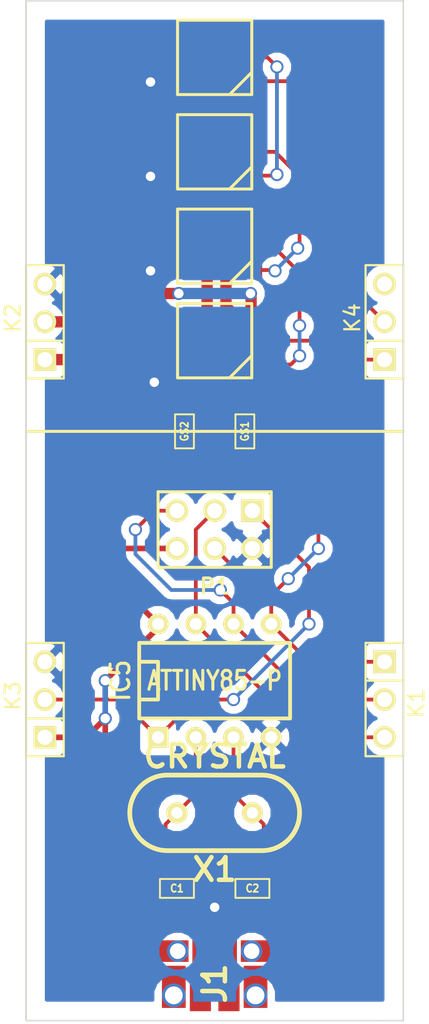
<source format=kicad_pcb>
(kicad_pcb (version 3) (host pcbnew "(2013-07-07 BZR 4022)-stable")

  (general
    (links 43)
    (no_connects 2)
    (area 211.6328 102.09529 240.4872 183.32704)
    (thickness 1.6)
    (drawings 8)
    (tracks 163)
    (zones 0)
    (modules 16)
    (nets 15)
  )

  (page A3)
  (layers
    (15 F.Cu signal)
    (0 B.Cu signal)
    (16 B.Adhes user)
    (17 F.Adhes user)
    (18 B.Paste user)
    (19 F.Paste user)
    (20 B.SilkS user)
    (21 F.SilkS user)
    (22 B.Mask user)
    (23 F.Mask user)
    (24 Dwgs.User user)
    (25 Cmts.User user)
    (26 Eco1.User user)
    (27 Eco2.User user)
    (28 Edge.Cuts user)
  )

  (setup
    (last_trace_width 0.254)
    (trace_clearance 0.254)
    (zone_clearance 0.508)
    (zone_45_only no)
    (trace_min 0.254)
    (segment_width 0.2)
    (edge_width 0.1)
    (via_size 0.889)
    (via_drill 0.635)
    (via_min_size 0.889)
    (via_min_drill 0.508)
    (uvia_size 0.508)
    (uvia_drill 0.127)
    (uvias_allowed no)
    (uvia_min_size 0.508)
    (uvia_min_drill 0.127)
    (pcb_text_width 0.3)
    (pcb_text_size 1.5 1.5)
    (mod_edge_width 0.15)
    (mod_text_size 1 1)
    (mod_text_width 0.15)
    (pad_size 1.5 1.5)
    (pad_drill 0.6)
    (pad_to_mask_clearance 0)
    (aux_axis_origin 0 0)
    (visible_elements 7FFFFFFF)
    (pcbplotparams
      (layerselection 3178497)
      (usegerberextensions true)
      (excludeedgelayer true)
      (linewidth 0.150000)
      (plotframeref false)
      (viasonmask false)
      (mode 1)
      (useauxorigin false)
      (hpglpennumber 1)
      (hpglpenspeed 20)
      (hpglpendiameter 15)
      (hpglpenoverlay 2)
      (psnegative false)
      (psa4output false)
      (plotreference true)
      (plotvalue true)
      (plotothertext true)
      (plotinvisibletext false)
      (padsonsilk false)
      (subtractmaskfromsilk false)
      (outputformat 1)
      (mirror false)
      (drillshape 1)
      (scaleselection 1)
      (outputdirectory ""))
  )

  (net 0 "")
  (net 1 +5V)
  (net 2 /DO)
  (net 3 /MISO)
  (net 4 /MOSI)
  (net 5 /RESET)
  (net 6 /SCK)
  (net 7 GND)
  (net 8 N-0000012)
  (net 9 N-0000013)
  (net 10 N-0000017)
  (net 11 N-0000018)
  (net 12 N-000002)
  (net 13 VCC)
  (net 14 VDD)

  (net_class Default "This is the default net class."
    (clearance 0.254)
    (trace_width 0.254)
    (via_dia 0.889)
    (via_drill 0.635)
    (uvia_dia 0.508)
    (uvia_drill 0.127)
    (add_net "")
    (add_net /DO)
    (add_net /MISO)
    (add_net /MOSI)
    (add_net /RESET)
    (add_net /SCK)
    (add_net N-0000012)
    (add_net N-0000013)
    (add_net N-0000017)
    (add_net N-0000018)
    (add_net N-000002)
  )

  (net_class Power ""
    (clearance 0.254)
    (trace_width 0.762)
    (via_dia 0.889)
    (via_drill 0.635)
    (uvia_dia 0.508)
    (uvia_drill 0.127)
    (add_net VCC)
    (add_net VDD)
  )

  (net_class "USB 5V" ""
    (clearance 0.254)
    (trace_width 0.381)
    (via_dia 0.889)
    (via_drill 0.635)
    (uvia_dia 0.508)
    (uvia_drill 0.127)
    (add_net +5V)
    (add_net GND)
  )

  (module GSG-USB-MICROB-FCI-10103594 (layer F.Cu) (tedit 4E482E27) (tstamp 520B2827)
    (at 226.06 172.72 90)
    (path /520B2785)
    (fp_text reference J1 (at 2.49936 0 90) (layer F.SilkS)
      (effects (font (size 1.524 1.524) (thickness 0.3048)))
    )
    (fp_text value GSG-USB-MICRO-B (at 2.49936 0 90) (layer F.SilkS) hide
      (effects (font (size 1.524 1.524) (thickness 0.3048)))
    )
    (pad 1 smd rect (at 4.52374 -1.30048 90) (size 1.75006 0.39878)
      (layers F.Cu F.Paste F.Mask)
      (net 1 +5V)
      (die_length -2147.483648)
      (solder_mask_margin 0.1016)
      (clearance 0.2032)
    )
    (pad 2 smd rect (at 4.52374 -0.65024 90) (size 1.75006 0.39878)
      (layers F.Cu F.Paste F.Mask)
      (die_length 0.28702)
      (solder_mask_margin 0.1016)
      (clearance 0.2032)
    )
    (pad 3 smd rect (at 4.52374 0 90) (size 1.75006 0.39878)
      (layers F.Cu F.Paste F.Mask)
      (die_length -2147.483648)
      (solder_mask_margin 0.1016)
      (clearance 0.2032)
    )
    (pad 4 smd rect (at 4.52374 0.65024 90) (size 1.75006 0.39878)
      (layers F.Cu F.Paste F.Mask)
      (die_length 0.08128)
      (solder_mask_margin 0.1016)
      (clearance 0.2032)
    )
    (pad 5 smd rect (at 4.52374 1.30048 90) (size 1.75006 0.39878)
      (layers F.Cu F.Paste F.Mask)
      (net 7 GND)
      (die_length 0.04064)
      (solder_mask_margin 0.1016)
      (clearance 0.2032)
    )
    (pad "" smd rect (at 1.66624 -0.96266 90) (size 2.06756 1.42494)
      (layers F.Cu F.Paste F.Mask)
      (die_length -2147.483648)
    )
    (pad "" smd rect (at 1.66624 0.96266 90) (size 2.06756 1.42494)
      (layers F.Cu F.Paste F.Mask)
      (die_length 0.7747)
    )
    (pad "" smd rect (at 4.6736 -2.82956 90) (size 1.45034 2.14122)
      (layers F.Cu F.Paste F.Mask)
      (die_length -2147.483648)
    )
    (pad "" smd rect (at 4.6736 2.82956 90) (size 1.45034 2.14122)
      (layers F.Cu F.Paste F.Mask)
      (die_length -2147.483648)
    )
    (pad "" smd rect (at 3.37058 -2.98704 90) (size 0.635 1.82626)
      (layers F.Cu F.Paste F.Mask)
      (die_length 3.40614)
    )
    (pad "" smd rect (at 3.37058 2.98704 90) (size 0.635 1.82626)
      (layers F.Cu F.Paste F.Mask)
      (die_length -2147.483648)
    )
    (pad "" smd rect (at 2.27076 -2.75082 90) (size 2.83464 1.6002)
      (layers F.Cu F.Paste F.Mask)
      (die_length -2147.483648)
    )
    (pad "" smd rect (at 2.27076 2.75082 90) (size 2.83464 1.6002)
      (layers F.Cu F.Paste F.Mask)
      (die_length -2147.483648)
    )
    (pad "" thru_hole circle (at 1.69926 -2.75082 90) (size 1.6002 1.6002) (drill 1.19888)
      (layers *.Cu *.Mask F.Paste)
      (die_length -2147.483648)
    )
    (pad "" thru_hole circle (at 1.69926 2.75082 90) (size 1.6002 1.6002) (drill 1.19888)
      (layers *.Cu *.Mask F.Paste)
      (die_length -2147.483648)
    )
    (pad "" thru_hole circle (at 4.67106 -2.48666 90) (size 1.45034 1.45034) (drill 1.04902)
      (layers *.Cu *.Mask F.Paste)
      (die_length -2147.483648)
    )
    (pad "" thru_hole circle (at 4.67106 2.48666 90) (size 1.45034 1.45034) (drill 1.04902)
      (layers *.Cu *.Mask F.Paste)
      (die_length 0.28702)
    )
  )

  (module SM0603 (layer F.Cu) (tedit 4E43A3D1) (tstamp 520C3F72)
    (at 223.52 163.83)
    (path /520C39AB)
    (attr smd)
    (fp_text reference C1 (at 0 0) (layer F.SilkS)
      (effects (font (size 0.508 0.4572) (thickness 0.1143)))
    )
    (fp_text value CP1 (at 0 0) (layer F.SilkS) hide
      (effects (font (size 0.508 0.4572) (thickness 0.1143)))
    )
    (fp_line (start -1.143 -0.635) (end 1.143 -0.635) (layer F.SilkS) (width 0.127))
    (fp_line (start 1.143 -0.635) (end 1.143 0.635) (layer F.SilkS) (width 0.127))
    (fp_line (start 1.143 0.635) (end -1.143 0.635) (layer F.SilkS) (width 0.127))
    (fp_line (start -1.143 0.635) (end -1.143 -0.635) (layer F.SilkS) (width 0.127))
    (pad 1 smd rect (at -0.762 0) (size 0.635 1.143)
      (layers F.Cu F.Paste F.Mask)
      (net 10 N-0000017)
    )
    (pad 2 smd rect (at 0.762 0) (size 0.635 1.143)
      (layers F.Cu F.Paste F.Mask)
      (net 7 GND)
    )
    (model smd\resistors\R0603.wrl
      (at (xyz 0 0 0.001))
      (scale (xyz 0.5 0.5 0.5))
      (rotate (xyz 0 0 0))
    )
  )

  (module SM0603 (layer F.Cu) (tedit 4E43A3D1) (tstamp 520C3F7C)
    (at 228.6 163.83 180)
    (path /520C39C9)
    (attr smd)
    (fp_text reference C2 (at 0 0 180) (layer F.SilkS)
      (effects (font (size 0.508 0.4572) (thickness 0.1143)))
    )
    (fp_text value CP1 (at 0 0 180) (layer F.SilkS) hide
      (effects (font (size 0.508 0.4572) (thickness 0.1143)))
    )
    (fp_line (start -1.143 -0.635) (end 1.143 -0.635) (layer F.SilkS) (width 0.127))
    (fp_line (start 1.143 -0.635) (end 1.143 0.635) (layer F.SilkS) (width 0.127))
    (fp_line (start 1.143 0.635) (end -1.143 0.635) (layer F.SilkS) (width 0.127))
    (fp_line (start -1.143 0.635) (end -1.143 -0.635) (layer F.SilkS) (width 0.127))
    (pad 1 smd rect (at -0.762 0 180) (size 0.635 1.143)
      (layers F.Cu F.Paste F.Mask)
      (net 11 N-0000018)
    )
    (pad 2 smd rect (at 0.762 0 180) (size 0.635 1.143)
      (layers F.Cu F.Paste F.Mask)
      (net 7 GND)
    )
    (model smd\resistors\R0603.wrl
      (at (xyz 0 0 0.001))
      (scale (xyz 0.5 0.5 0.5))
      (rotate (xyz 0 0 0))
    )
  )

  (module pin_array_3x2 (layer F.Cu) (tedit 42931587) (tstamp 520C3F8A)
    (at 226.06 139.7 180)
    (descr "Double rangee de contacts 2 x 4 pins")
    (tags CONN)
    (path /520C3AD9)
    (fp_text reference P1 (at 0 -3.81 180) (layer F.SilkS)
      (effects (font (size 1.016 1.016) (thickness 0.2032)))
    )
    (fp_text value CONN_3X2 (at 0 3.81 180) (layer F.SilkS) hide
      (effects (font (size 1.016 1.016) (thickness 0.2032)))
    )
    (fp_line (start 3.81 2.54) (end -3.81 2.54) (layer F.SilkS) (width 0.2032))
    (fp_line (start -3.81 -2.54) (end 3.81 -2.54) (layer F.SilkS) (width 0.2032))
    (fp_line (start 3.81 -2.54) (end 3.81 2.54) (layer F.SilkS) (width 0.2032))
    (fp_line (start -3.81 2.54) (end -3.81 -2.54) (layer F.SilkS) (width 0.2032))
    (pad 1 thru_hole rect (at -2.54 1.27 180) (size 1.524 1.524) (drill 1.016)
      (layers *.Cu *.Mask F.SilkS)
      (net 5 /RESET)
    )
    (pad 2 thru_hole circle (at -2.54 -1.27 180) (size 1.524 1.524) (drill 1.016)
      (layers *.Cu *.Mask F.SilkS)
      (net 7 GND)
    )
    (pad 3 thru_hole circle (at 0 1.27 180) (size 1.524 1.524) (drill 1.016)
      (layers *.Cu *.Mask F.SilkS)
      (net 6 /SCK)
    )
    (pad 4 thru_hole circle (at 0 -1.27 180) (size 1.524 1.524) (drill 1.016)
      (layers *.Cu *.Mask F.SilkS)
      (net 4 /MOSI)
    )
    (pad 5 thru_hole circle (at 2.54 1.27 180) (size 1.524 1.524) (drill 1.016)
      (layers *.Cu *.Mask F.SilkS)
      (net 3 /MISO)
    )
    (pad 6 thru_hole circle (at 2.54 -1.27 180) (size 1.524 1.524) (drill 1.016)
      (layers *.Cu *.Mask F.SilkS)
      (net 1 +5V)
    )
    (model pin_array/pins_array_3x2.wrl
      (at (xyz 0 0 0))
      (scale (xyz 1 1 1))
      (rotate (xyz 0 0 0))
    )
  )

  (module HC-49V (layer F.Cu) (tedit 4C5EC450) (tstamp 520C3F96)
    (at 226.06 158.75 180)
    (descr "Quartz boitier HC-49 Vertical")
    (tags "QUARTZ DEV")
    (path /520C388B)
    (autoplace_cost180 10)
    (fp_text reference X1 (at 0 -3.81 180) (layer F.SilkS)
      (effects (font (size 1.524 1.524) (thickness 0.3048)))
    )
    (fp_text value CRYSTAL (at 0 3.81 180) (layer F.SilkS)
      (effects (font (size 1.524 1.524) (thickness 0.3048)))
    )
    (fp_line (start -3.175 2.54) (end 3.175 2.54) (layer F.SilkS) (width 0.3175))
    (fp_line (start -3.175 -2.54) (end 3.175 -2.54) (layer F.SilkS) (width 0.3175))
    (fp_arc (start 3.175 0) (end 3.175 -2.54) (angle 90) (layer F.SilkS) (width 0.3175))
    (fp_arc (start 3.175 0) (end 5.715 0) (angle 90) (layer F.SilkS) (width 0.3175))
    (fp_arc (start -3.175 0) (end -5.715 0) (angle 90) (layer F.SilkS) (width 0.3175))
    (fp_arc (start -3.175 0) (end -3.175 2.54) (angle 90) (layer F.SilkS) (width 0.3175))
    (pad 1 thru_hole circle (at -2.54 0 180) (size 1.4224 1.4224) (drill 0.762)
      (layers *.Cu *.Mask F.SilkS)
      (net 11 N-0000018)
    )
    (pad 2 thru_hole circle (at 2.54 0 180) (size 1.4224 1.4224) (drill 0.762)
      (layers *.Cu *.Mask F.SilkS)
      (net 10 N-0000017)
    )
    (model discret/xtal/crystal_hc18u_vertical.wrl
      (at (xyz 0 0 0))
      (scale (xyz 1 1 0.2))
      (rotate (xyz 0 0 0))
    )
  )

  (module WS2811-5050 (layer F.Cu) (tedit 51391437) (tstamp 520F09B9)
    (at 226.06 120.65)
    (path /520C69AE)
    (fp_text reference IC2 (at 0 -5) (layer F.SilkS) hide
      (effects (font (size 1.00076 1.00076) (thickness 0.20066)))
    )
    (fp_text value WS2811-5050 (at 0 5.25) (layer F.SilkS) hide
      (effects (font (size 1.00076 1.00076) (thickness 0.20066)))
    )
    (fp_line (start 1.00076 2.49936) (end 2.49936 1.00076) (layer F.SilkS) (width 0.20066))
    (fp_line (start -2.49936 -2.49936) (end 2.49936 -2.49936) (layer F.SilkS) (width 0.20066))
    (fp_line (start 2.49936 -2.49936) (end 2.49936 2.49936) (layer F.SilkS) (width 0.20066))
    (fp_line (start 2.49936 2.49936) (end -2.49936 2.49936) (layer F.SilkS) (width 0.20066))
    (fp_line (start -2.49936 2.49936) (end -2.49936 -2.49936) (layer F.SilkS) (width 0.20066))
    (pad 2 smd rect (at 2.45 0) (size 1.5 1)
      (layers F.Cu F.Paste F.Mask)
      (net 12 N-000002)
      (clearance 0.20066)
    )
    (pad 1 smd rect (at 2.45 1.6) (size 1.5 1)
      (layers F.Cu F.Paste F.Mask)
      (net 8 N-0000012)
      (clearance 0.20066)
    )
    (pad 3 smd rect (at 2.45 -1.6) (size 1.5 1)
      (layers F.Cu F.Paste F.Mask)
      (net 13 VCC)
      (clearance 0.20066)
    )
    (pad 4 smd rect (at -2.45 -1.6) (size 1.5 1)
      (layers F.Cu F.Paste F.Mask)
      (clearance 0.20066)
    )
    (pad 5 smd rect (at -2.45 0) (size 1.5 1)
      (layers F.Cu F.Paste F.Mask)
      (net 14 VDD)
      (clearance 0.20066)
    )
    (pad 6 smd rect (at -2.45 1.6) (size 1.5 1)
      (layers F.Cu F.Paste F.Mask)
      (net 7 GND)
      (clearance 0.20066)
    )
  )

  (module WS2811-5050 (layer F.Cu) (tedit 51391437) (tstamp 520F09C8)
    (at 226.06 114.3)
    (path /520C69BD)
    (fp_text reference IC3 (at 0 -5) (layer F.SilkS) hide
      (effects (font (size 1.00076 1.00076) (thickness 0.20066)))
    )
    (fp_text value WS2811-5050 (at 0 5.25) (layer F.SilkS) hide
      (effects (font (size 1.00076 1.00076) (thickness 0.20066)))
    )
    (fp_line (start 1.00076 2.49936) (end 2.49936 1.00076) (layer F.SilkS) (width 0.20066))
    (fp_line (start -2.49936 -2.49936) (end 2.49936 -2.49936) (layer F.SilkS) (width 0.20066))
    (fp_line (start 2.49936 -2.49936) (end 2.49936 2.49936) (layer F.SilkS) (width 0.20066))
    (fp_line (start 2.49936 2.49936) (end -2.49936 2.49936) (layer F.SilkS) (width 0.20066))
    (fp_line (start -2.49936 2.49936) (end -2.49936 -2.49936) (layer F.SilkS) (width 0.20066))
    (pad 2 smd rect (at 2.45 0) (size 1.5 1)
      (layers F.Cu F.Paste F.Mask)
      (net 8 N-0000012)
      (clearance 0.20066)
    )
    (pad 1 smd rect (at 2.45 1.6) (size 1.5 1)
      (layers F.Cu F.Paste F.Mask)
      (net 9 N-0000013)
      (clearance 0.20066)
    )
    (pad 3 smd rect (at 2.45 -1.6) (size 1.5 1)
      (layers F.Cu F.Paste F.Mask)
      (net 13 VCC)
      (clearance 0.20066)
    )
    (pad 4 smd rect (at -2.45 -1.6) (size 1.5 1)
      (layers F.Cu F.Paste F.Mask)
      (clearance 0.20066)
    )
    (pad 5 smd rect (at -2.45 0) (size 1.5 1)
      (layers F.Cu F.Paste F.Mask)
      (net 14 VDD)
      (clearance 0.20066)
    )
    (pad 6 smd rect (at -2.45 1.6) (size 1.5 1)
      (layers F.Cu F.Paste F.Mask)
      (net 7 GND)
      (clearance 0.20066)
    )
  )

  (module WS2811-5050 (layer F.Cu) (tedit 51391437) (tstamp 520F09D7)
    (at 226.06 107.95)
    (path /520C69CC)
    (fp_text reference IC4 (at 0 -5) (layer F.SilkS) hide
      (effects (font (size 1.00076 1.00076) (thickness 0.20066)))
    )
    (fp_text value WS2811-5050 (at 0 5.25) (layer F.SilkS) hide
      (effects (font (size 1.00076 1.00076) (thickness 0.20066)))
    )
    (fp_line (start 1.00076 2.49936) (end 2.49936 1.00076) (layer F.SilkS) (width 0.20066))
    (fp_line (start -2.49936 -2.49936) (end 2.49936 -2.49936) (layer F.SilkS) (width 0.20066))
    (fp_line (start 2.49936 -2.49936) (end 2.49936 2.49936) (layer F.SilkS) (width 0.20066))
    (fp_line (start 2.49936 2.49936) (end -2.49936 2.49936) (layer F.SilkS) (width 0.20066))
    (fp_line (start -2.49936 2.49936) (end -2.49936 -2.49936) (layer F.SilkS) (width 0.20066))
    (pad 2 smd rect (at 2.45 0) (size 1.5 1)
      (layers F.Cu F.Paste F.Mask)
      (net 9 N-0000013)
      (clearance 0.20066)
    )
    (pad 1 smd rect (at 2.45 1.6) (size 1.5 1)
      (layers F.Cu F.Paste F.Mask)
      (net 2 /DO)
      (clearance 0.20066)
    )
    (pad 3 smd rect (at 2.45 -1.6) (size 1.5 1)
      (layers F.Cu F.Paste F.Mask)
      (net 13 VCC)
      (clearance 0.20066)
    )
    (pad 4 smd rect (at -2.45 -1.6) (size 1.5 1)
      (layers F.Cu F.Paste F.Mask)
      (clearance 0.20066)
    )
    (pad 5 smd rect (at -2.45 0) (size 1.5 1)
      (layers F.Cu F.Paste F.Mask)
      (net 14 VDD)
      (clearance 0.20066)
    )
    (pad 6 smd rect (at -2.45 1.6) (size 1.5 1)
      (layers F.Cu F.Paste F.Mask)
      (net 7 GND)
      (clearance 0.20066)
    )
  )

  (module PIN_ARRAY_3X1 (layer F.Cu) (tedit 4C1130E0) (tstamp 520F09F2)
    (at 214.63 125.73 90)
    (descr "Connecteur 3 pins")
    (tags "CONN DEV")
    (path /520F01D3)
    (fp_text reference K2 (at 0.254 -2.159 90) (layer F.SilkS)
      (effects (font (size 1.016 1.016) (thickness 0.1524)))
    )
    (fp_text value CONN_3 (at 0 -2.159 90) (layer F.SilkS) hide
      (effects (font (size 1.016 1.016) (thickness 0.1524)))
    )
    (fp_line (start -3.81 1.27) (end -3.81 -1.27) (layer F.SilkS) (width 0.1524))
    (fp_line (start -3.81 -1.27) (end 3.81 -1.27) (layer F.SilkS) (width 0.1524))
    (fp_line (start 3.81 -1.27) (end 3.81 1.27) (layer F.SilkS) (width 0.1524))
    (fp_line (start 3.81 1.27) (end -3.81 1.27) (layer F.SilkS) (width 0.1524))
    (fp_line (start -1.27 -1.27) (end -1.27 1.27) (layer F.SilkS) (width 0.1524))
    (pad 1 thru_hole rect (at -2.54 0 90) (size 1.524 1.524) (drill 1.016)
      (layers *.Cu *.Mask F.SilkS)
      (net 14 VDD)
    )
    (pad 2 thru_hole circle (at 0 0 90) (size 1.524 1.524) (drill 1.016)
      (layers *.Cu *.Mask F.SilkS)
      (net 13 VCC)
    )
    (pad 3 thru_hole circle (at 2.54 0 90) (size 1.524 1.524) (drill 1.016)
      (layers *.Cu *.Mask F.SilkS)
      (net 7 GND)
    )
    (model pin_array/pins_array_3x1.wrl
      (at (xyz 0 0 0))
      (scale (xyz 1 1 1))
      (rotate (xyz 0 0 0))
    )
  )

  (module PIN_ARRAY_3X1 (layer F.Cu) (tedit 4C1130E0) (tstamp 520F09FE)
    (at 237.49 151.13 270)
    (descr "Connecteur 3 pins")
    (tags "CONN DEV")
    (path /520C70B2)
    (fp_text reference K1 (at 0.254 -2.159 270) (layer F.SilkS)
      (effects (font (size 1.016 1.016) (thickness 0.1524)))
    )
    (fp_text value CONN_3 (at 0 -2.159 270) (layer F.SilkS) hide
      (effects (font (size 1.016 1.016) (thickness 0.1524)))
    )
    (fp_line (start -3.81 1.27) (end -3.81 -1.27) (layer F.SilkS) (width 0.1524))
    (fp_line (start -3.81 -1.27) (end 3.81 -1.27) (layer F.SilkS) (width 0.1524))
    (fp_line (start 3.81 -1.27) (end 3.81 1.27) (layer F.SilkS) (width 0.1524))
    (fp_line (start 3.81 1.27) (end -3.81 1.27) (layer F.SilkS) (width 0.1524))
    (fp_line (start -1.27 -1.27) (end -1.27 1.27) (layer F.SilkS) (width 0.1524))
    (pad 1 thru_hole rect (at -2.54 0 270) (size 1.524 1.524) (drill 1.016)
      (layers *.Cu *.Mask F.SilkS)
      (net 4 /MOSI)
    )
    (pad 2 thru_hole circle (at 0 0 270) (size 1.524 1.524) (drill 1.016)
      (layers *.Cu *.Mask F.SilkS)
      (net 3 /MISO)
    )
    (pad 3 thru_hole circle (at 2.54 0 270) (size 1.524 1.524) (drill 1.016)
      (layers *.Cu *.Mask F.SilkS)
      (net 6 /SCK)
    )
    (model pin_array/pins_array_3x1.wrl
      (at (xyz 0 0 0))
      (scale (xyz 1 1 1))
      (rotate (xyz 0 0 0))
    )
  )

  (module PIN_ARRAY_3X1 (layer F.Cu) (tedit 4C1130E0) (tstamp 520F0A0A)
    (at 214.63 151.13 90)
    (descr "Connecteur 3 pins")
    (tags "CONN DEV")
    (path /520C704E)
    (fp_text reference K3 (at 0.254 -2.159 90) (layer F.SilkS)
      (effects (font (size 1.016 1.016) (thickness 0.1524)))
    )
    (fp_text value CONN_3 (at 0 -2.159 90) (layer F.SilkS) hide
      (effects (font (size 1.016 1.016) (thickness 0.1524)))
    )
    (fp_line (start -3.81 1.27) (end -3.81 -1.27) (layer F.SilkS) (width 0.1524))
    (fp_line (start -3.81 -1.27) (end 3.81 -1.27) (layer F.SilkS) (width 0.1524))
    (fp_line (start 3.81 -1.27) (end 3.81 1.27) (layer F.SilkS) (width 0.1524))
    (fp_line (start 3.81 1.27) (end -3.81 1.27) (layer F.SilkS) (width 0.1524))
    (fp_line (start -1.27 -1.27) (end -1.27 1.27) (layer F.SilkS) (width 0.1524))
    (pad 1 thru_hole rect (at -2.54 0 90) (size 1.524 1.524) (drill 1.016)
      (layers *.Cu *.Mask F.SilkS)
      (net 1 +5V)
    )
    (pad 2 thru_hole circle (at 0 0 90) (size 1.524 1.524) (drill 1.016)
      (layers *.Cu *.Mask F.SilkS)
      (net 5 /RESET)
    )
    (pad 3 thru_hole circle (at 2.54 0 90) (size 1.524 1.524) (drill 1.016)
      (layers *.Cu *.Mask F.SilkS)
      (net 7 GND)
    )
    (model pin_array/pins_array_3x1.wrl
      (at (xyz 0 0 0))
      (scale (xyz 1 1 1))
      (rotate (xyz 0 0 0))
    )
  )

  (module PIN_ARRAY_3X1 (layer F.Cu) (tedit 4C1130E0) (tstamp 520F0A16)
    (at 237.49 125.73 90)
    (descr "Connecteur 3 pins")
    (tags "CONN DEV")
    (path /520F01E2)
    (fp_text reference K4 (at 0.254 -2.159 90) (layer F.SilkS)
      (effects (font (size 1.016 1.016) (thickness 0.1524)))
    )
    (fp_text value CONN_3 (at 0 -2.159 90) (layer F.SilkS) hide
      (effects (font (size 1.016 1.016) (thickness 0.1524)))
    )
    (fp_line (start -3.81 1.27) (end -3.81 -1.27) (layer F.SilkS) (width 0.1524))
    (fp_line (start -3.81 -1.27) (end 3.81 -1.27) (layer F.SilkS) (width 0.1524))
    (fp_line (start 3.81 -1.27) (end 3.81 1.27) (layer F.SilkS) (width 0.1524))
    (fp_line (start 3.81 1.27) (end -3.81 1.27) (layer F.SilkS) (width 0.1524))
    (fp_line (start -1.27 -1.27) (end -1.27 1.27) (layer F.SilkS) (width 0.1524))
    (pad 1 thru_hole rect (at -2.54 0 90) (size 1.524 1.524) (drill 1.016)
      (layers *.Cu *.Mask F.SilkS)
      (net 4 /MOSI)
    )
    (pad 2 thru_hole circle (at 0 0 90) (size 1.524 1.524) (drill 1.016)
      (layers *.Cu *.Mask F.SilkS)
      (net 2 /DO)
    )
    (pad 3 thru_hole circle (at 2.54 0 90) (size 1.524 1.524) (drill 1.016)
      (layers *.Cu *.Mask F.SilkS)
    )
    (model pin_array/pins_array_3x1.wrl
      (at (xyz 0 0 0))
      (scale (xyz 1 1 1))
      (rotate (xyz 0 0 0))
    )
  )

  (module WS2811-5050 (layer F.Cu) (tedit 51391437) (tstamp 520B2004)
    (at 226.06 127)
    (path /520C6992)
    (fp_text reference IC1 (at 0 -5) (layer F.SilkS) hide
      (effects (font (size 1.00076 1.00076) (thickness 0.20066)))
    )
    (fp_text value WS2811-5050 (at 0 5.25) (layer F.SilkS) hide
      (effects (font (size 1.00076 1.00076) (thickness 0.20066)))
    )
    (fp_line (start 1.00076 2.49936) (end 2.49936 1.00076) (layer F.SilkS) (width 0.20066))
    (fp_line (start -2.49936 -2.49936) (end 2.49936 -2.49936) (layer F.SilkS) (width 0.20066))
    (fp_line (start 2.49936 -2.49936) (end 2.49936 2.49936) (layer F.SilkS) (width 0.20066))
    (fp_line (start 2.49936 2.49936) (end -2.49936 2.49936) (layer F.SilkS) (width 0.20066))
    (fp_line (start -2.49936 2.49936) (end -2.49936 -2.49936) (layer F.SilkS) (width 0.20066))
    (pad 2 smd rect (at 2.45 0) (size 1.5 1)
      (layers F.Cu F.Paste F.Mask)
      (net 4 /MOSI)
      (clearance 0.20066)
    )
    (pad 1 smd rect (at 2.45 1.6) (size 1.5 1)
      (layers F.Cu F.Paste F.Mask)
      (net 12 N-000002)
      (clearance 0.20066)
    )
    (pad 3 smd rect (at 2.45 -1.6) (size 1.5 1)
      (layers F.Cu F.Paste F.Mask)
      (net 13 VCC)
      (clearance 0.20066)
    )
    (pad 4 smd rect (at -2.45 -1.6) (size 1.5 1)
      (layers F.Cu F.Paste F.Mask)
      (clearance 0.20066)
    )
    (pad 5 smd rect (at -2.45 0) (size 1.5 1)
      (layers F.Cu F.Paste F.Mask)
      (net 14 VDD)
      (clearance 0.20066)
    )
    (pad 6 smd rect (at -2.45 1.6) (size 1.5 1)
      (layers F.Cu F.Paste F.Mask)
      (net 7 GND)
      (clearance 0.20066)
    )
  )

  (module DIP-8__300 (layer F.Cu) (tedit 43A7F843) (tstamp 520F09E6)
    (at 226.06 149.86)
    (descr "8 pins DIL package, round pads")
    (tags DIL)
    (path /520B10CA)
    (fp_text reference IC5 (at -6.35 0 90) (layer F.SilkS)
      (effects (font (size 1.27 1.143) (thickness 0.2032)))
    )
    (fp_text value ATTINY85-P (at 0 0) (layer F.SilkS)
      (effects (font (size 1.27 1.016) (thickness 0.2032)))
    )
    (fp_line (start -5.08 -1.27) (end -3.81 -1.27) (layer F.SilkS) (width 0.254))
    (fp_line (start -3.81 -1.27) (end -3.81 1.27) (layer F.SilkS) (width 0.254))
    (fp_line (start -3.81 1.27) (end -5.08 1.27) (layer F.SilkS) (width 0.254))
    (fp_line (start -5.08 -2.54) (end 5.08 -2.54) (layer F.SilkS) (width 0.254))
    (fp_line (start 5.08 -2.54) (end 5.08 2.54) (layer F.SilkS) (width 0.254))
    (fp_line (start 5.08 2.54) (end -5.08 2.54) (layer F.SilkS) (width 0.254))
    (fp_line (start -5.08 2.54) (end -5.08 -2.54) (layer F.SilkS) (width 0.254))
    (pad 1 thru_hole rect (at -3.81 3.81) (size 1.397 1.397) (drill 0.8128)
      (layers *.Cu *.Mask F.SilkS)
      (net 5 /RESET)
    )
    (pad 2 thru_hole circle (at -1.27 3.81) (size 1.397 1.397) (drill 0.8128)
      (layers *.Cu *.Mask F.SilkS)
      (net 10 N-0000017)
    )
    (pad 3 thru_hole circle (at 1.27 3.81) (size 1.397 1.397) (drill 0.8128)
      (layers *.Cu *.Mask F.SilkS)
      (net 11 N-0000018)
    )
    (pad 4 thru_hole circle (at 3.81 3.81) (size 1.397 1.397) (drill 0.8128)
      (layers *.Cu *.Mask F.SilkS)
      (net 7 GND)
    )
    (pad 5 thru_hole circle (at 3.81 -3.81) (size 1.397 1.397) (drill 0.8128)
      (layers *.Cu *.Mask F.SilkS)
      (net 4 /MOSI)
    )
    (pad 6 thru_hole circle (at 1.27 -3.81) (size 1.397 1.397) (drill 0.8128)
      (layers *.Cu *.Mask F.SilkS)
      (net 3 /MISO)
    )
    (pad 7 thru_hole circle (at -1.27 -3.81) (size 1.397 1.397) (drill 0.8128)
      (layers *.Cu *.Mask F.SilkS)
      (net 6 /SCK)
    )
    (pad 8 thru_hole circle (at -3.81 -3.81) (size 1.397 1.397) (drill 0.8128)
      (layers *.Cu *.Mask F.SilkS)
      (net 1 +5V)
    )
    (model dil/dil_8.wrl
      (at (xyz 0 0 0))
      (scale (xyz 1 1 1))
      (rotate (xyz 0 0 0))
    )
  )

  (module SM0603 (layer F.Cu) (tedit 4E43A3D1) (tstamp 520F0A21)
    (at 228.092 133.096 90)
    (path /520F04EE)
    (attr smd)
    (fp_text reference GS1 (at 0 0 90) (layer F.SilkS)
      (effects (font (size 0.508 0.4572) (thickness 0.1143)))
    )
    (fp_text value GS2 (at 0 0 90) (layer F.SilkS) hide
      (effects (font (size 0.508 0.4572) (thickness 0.1143)))
    )
    (fp_line (start -1.143 -0.635) (end 1.143 -0.635) (layer F.SilkS) (width 0.127))
    (fp_line (start 1.143 -0.635) (end 1.143 0.635) (layer F.SilkS) (width 0.127))
    (fp_line (start 1.143 0.635) (end -1.143 0.635) (layer F.SilkS) (width 0.127))
    (fp_line (start -1.143 0.635) (end -1.143 -0.635) (layer F.SilkS) (width 0.127))
    (pad 1 smd rect (at -0.762 0 90) (size 0.635 1.143)
      (layers F.Cu F.Paste F.Mask)
      (net 1 +5V)
    )
    (pad 2 smd rect (at 0.762 0 90) (size 0.635 1.143)
      (layers F.Cu F.Paste F.Mask)
      (net 13 VCC)
    )
    (model smd\resistors\R0603.wrl
      (at (xyz 0 0 0.001))
      (scale (xyz 0.5 0.5 0.5))
      (rotate (xyz 0 0 0))
    )
  )

  (module SM0603 (layer F.Cu) (tedit 4E43A3D1) (tstamp 520F0A2C)
    (at 224.028 133.096 90)
    (path /520F04FD)
    (attr smd)
    (fp_text reference GS2 (at 0 0 90) (layer F.SilkS)
      (effects (font (size 0.508 0.4572) (thickness 0.1143)))
    )
    (fp_text value GS2 (at 0 0 90) (layer F.SilkS) hide
      (effects (font (size 0.508 0.4572) (thickness 0.1143)))
    )
    (fp_line (start -1.143 -0.635) (end 1.143 -0.635) (layer F.SilkS) (width 0.127))
    (fp_line (start 1.143 -0.635) (end 1.143 0.635) (layer F.SilkS) (width 0.127))
    (fp_line (start 1.143 0.635) (end -1.143 0.635) (layer F.SilkS) (width 0.127))
    (fp_line (start -1.143 0.635) (end -1.143 -0.635) (layer F.SilkS) (width 0.127))
    (pad 1 smd rect (at -0.762 0 90) (size 0.635 1.143)
      (layers F.Cu F.Paste F.Mask)
      (net 1 +5V)
    )
    (pad 2 smd rect (at 0.762 0 90) (size 0.635 1.143)
      (layers F.Cu F.Paste F.Mask)
      (net 14 VDD)
    )
    (model smd\resistors\R0603.wrl
      (at (xyz 0 0 0.001))
      (scale (xyz 0.5 0.5 0.5))
      (rotate (xyz 0 0 0))
    )
  )

  (gr_line (start 238.76 104.14) (end 238.76 105.41) (angle 90) (layer Edge.Cuts) (width 0.1))
  (gr_line (start 213.36 104.14) (end 238.76 104.14) (angle 90) (layer Edge.Cuts) (width 0.1))
  (gr_line (start 213.36 105.41) (end 213.36 104.14) (angle 90) (layer Edge.Cuts) (width 0.1))
  (gr_line (start 238.76 133.096) (end 213.36 133.096) (angle 90) (layer F.SilkS) (width 0.2))
  (gr_line (start 213.36 105.41) (end 213.36 172.72) (angle 90) (layer Edge.Cuts) (width 0.1))
  (gr_line (start 238.76 172.72) (end 238.76 105.41) (angle 90) (layer Edge.Cuts) (width 0.1))
  (gr_line (start 237.49 172.72) (end 238.76 172.72) (angle 90) (layer Edge.Cuts) (width 0.1))
  (gr_line (start 213.36 172.72) (end 237.49 172.72) (angle 90) (layer Edge.Cuts) (width 0.1))

  (segment (start 223.52 140.97) (end 218.821 140.97) (width 0.381) (layer F.Cu) (net 1))
  (segment (start 218.821 140.97) (end 218.821 140.843) (width 0.381) (layer F.Cu) (net 1) (tstamp 520F201B))
  (segment (start 222.25 146.05) (end 218.821 142.621) (width 0.381) (layer F.Cu) (net 1))
  (segment (start 218.821 142.621) (end 218.821 140.843) (width 0.381) (layer F.Cu) (net 1) (tstamp 520F200C))
  (segment (start 218.821 139.065) (end 224.028 133.858) (width 0.381) (layer F.Cu) (net 1) (tstamp 520F2013))
  (segment (start 218.821 140.843) (end 218.821 139.065) (width 0.381) (layer F.Cu) (net 1) (tstamp 520F201E))
  (segment (start 214.63 153.67) (end 217.424 153.67) (width 0.381) (layer F.Cu) (net 1))
  (segment (start 217.424 153.67) (end 218.694 152.4) (width 0.381) (layer F.Cu) (net 1) (tstamp 520F1FAB))
  (segment (start 224.75952 168.19626) (end 224.75952 166.21252) (width 0.381) (layer F.Cu) (net 1))
  (segment (start 218.694 163.703) (end 218.694 152.4) (width 0.381) (layer F.Cu) (net 1) (tstamp 520F1EA2))
  (segment (start 220.853 165.862) (end 218.694 163.703) (width 0.381) (layer F.Cu) (net 1) (tstamp 520F1E9C))
  (segment (start 224.409 165.862) (end 220.853 165.862) (width 0.381) (layer F.Cu) (net 1) (tstamp 520F1E91))
  (segment (start 224.75952 166.21252) (end 224.409 165.862) (width 0.381) (layer F.Cu) (net 1) (tstamp 520F1E8C))
  (via (at 218.694 152.4) (size 0.889) (layers F.Cu B.Cu) (net 1))
  (segment (start 218.694 152.4) (end 218.694 149.86) (width 0.381) (layer B.Cu) (net 1) (tstamp 520F1EA9))
  (via (at 218.694 149.86) (size 0.889) (layers F.Cu B.Cu) (net 1))
  (segment (start 218.694 149.86) (end 222.25 146.304) (width 0.381) (layer F.Cu) (net 1) (tstamp 520F1EAC))
  (segment (start 222.25 146.304) (end 222.25 146.05) (width 0.381) (layer F.Cu) (net 1) (tstamp 520F1EAD))
  (segment (start 224.028 133.858) (end 228.092 133.858) (width 0.381) (layer F.Cu) (net 1))
  (segment (start 228.51 109.55) (end 232.74 109.55) (width 0.254) (layer F.Cu) (net 2))
  (segment (start 235.585 123.825) (end 237.49 125.73) (width 0.254) (layer F.Cu) (net 2) (tstamp 520F19A3))
  (segment (start 235.585 112.395) (end 235.585 123.825) (width 0.254) (layer F.Cu) (net 2) (tstamp 520F19A1))
  (segment (start 232.74 109.55) (end 235.585 112.395) (width 0.254) (layer F.Cu) (net 2) (tstamp 520F199C))
  (segment (start 227.33 146.05) (end 227.33 144.653) (width 0.254) (layer F.Cu) (net 3))
  (segment (start 221.996 138.43) (end 223.52 138.43) (width 0.254) (layer F.Cu) (net 3) (tstamp 520F2032))
  (segment (start 220.726 139.7) (end 221.996 138.43) (width 0.254) (layer F.Cu) (net 3) (tstamp 520F2031))
  (via (at 220.726 139.7) (size 0.889) (layers F.Cu B.Cu) (net 3))
  (segment (start 220.726 141.351) (end 220.726 139.7) (width 0.254) (layer B.Cu) (net 3) (tstamp 520F202A))
  (segment (start 223.139 143.764) (end 220.726 141.351) (width 0.254) (layer B.Cu) (net 3) (tstamp 520F2027))
  (segment (start 226.441 143.764) (end 223.139 143.764) (width 0.254) (layer B.Cu) (net 3) (tstamp 520F2026))
  (via (at 226.441 143.764) (size 0.889) (layers F.Cu B.Cu) (net 3))
  (segment (start 227.33 144.653) (end 226.441 143.764) (width 0.254) (layer F.Cu) (net 3) (tstamp 520F2021))
  (segment (start 237.49 151.13) (end 232.41 151.13) (width 0.254) (layer F.Cu) (net 3))
  (segment (start 232.41 151.13) (end 227.33 146.05) (width 0.254) (layer F.Cu) (net 3) (tstamp 520F15D7))
  (segment (start 229.87 146.05) (end 229.87 144.145) (width 0.254) (layer F.Cu) (net 4))
  (segment (start 233.045 140.97) (end 233.045 127) (width 0.254) (layer F.Cu) (net 4) (tstamp 520F210D))
  (via (at 233.045 140.97) (size 0.889) (layers F.Cu B.Cu) (net 4))
  (segment (start 231.013 143.002) (end 233.045 140.97) (width 0.254) (layer B.Cu) (net 4) (tstamp 520F2101))
  (via (at 231.013 143.002) (size 0.889) (layers F.Cu B.Cu) (net 4))
  (segment (start 229.87 144.145) (end 231.013 143.002) (width 0.254) (layer F.Cu) (net 4) (tstamp 520F20FD))
  (segment (start 228.51 127) (end 233.045 127) (width 0.254) (layer F.Cu) (net 4))
  (segment (start 233.045 127) (end 234.95 127) (width 0.254) (layer F.Cu) (net 4) (tstamp 520F2116))
  (segment (start 234.95 127) (end 236.22 128.27) (width 0.254) (layer F.Cu) (net 4) (tstamp 520F1975))
  (segment (start 236.22 128.27) (end 237.49 128.27) (width 0.254) (layer F.Cu) (net 4) (tstamp 520F1977))
  (segment (start 229.87 146.05) (end 229.87 144.78) (width 0.254) (layer F.Cu) (net 4))
  (segment (start 229.87 144.78) (end 226.06 140.97) (width 0.254) (layer F.Cu) (net 4) (tstamp 520F1851))
  (segment (start 237.49 148.59) (end 232.41 148.59) (width 0.254) (layer F.Cu) (net 4))
  (segment (start 232.41 148.59) (end 229.87 146.05) (width 0.254) (layer F.Cu) (net 4) (tstamp 520F15D3))
  (segment (start 222.25 153.67) (end 224.79 151.13) (width 0.254) (layer F.Cu) (net 5))
  (segment (start 232.41 142.24) (end 228.6 138.43) (width 0.254) (layer F.Cu) (net 5) (tstamp 520F194D))
  (segment (start 232.41 146.05) (end 232.41 142.24) (width 0.254) (layer F.Cu) (net 5) (tstamp 520F194C))
  (via (at 232.41 146.05) (size 0.889) (layers F.Cu B.Cu) (net 5))
  (segment (start 227.33 151.13) (end 232.41 146.05) (width 0.254) (layer B.Cu) (net 5) (tstamp 520F1949))
  (via (at 227.33 151.13) (size 0.889) (layers F.Cu B.Cu) (net 5))
  (segment (start 224.79 151.13) (end 227.33 151.13) (width 0.254) (layer F.Cu) (net 5) (tstamp 520F193F))
  (segment (start 214.63 151.13) (end 219.71 151.13) (width 0.254) (layer F.Cu) (net 5))
  (segment (start 219.71 151.13) (end 222.25 153.67) (width 0.254) (layer F.Cu) (net 5) (tstamp 520F15DF))
  (segment (start 224.79 146.05) (end 224.79 139.7) (width 0.254) (layer F.Cu) (net 6))
  (segment (start 224.79 139.7) (end 226.06 138.43) (width 0.254) (layer F.Cu) (net 6) (tstamp 520F17E2))
  (segment (start 237.49 153.67) (end 232.41 153.67) (width 0.254) (layer F.Cu) (net 6))
  (segment (start 232.41 153.67) (end 224.79 146.05) (width 0.254) (layer F.Cu) (net 6) (tstamp 520F15DB))
  (segment (start 223.61 128.6) (end 223.19 128.6) (width 0.381) (layer F.Cu) (net 7) (status C00000))
  (via (at 221.996 129.794) (size 0.889) (layers F.Cu B.Cu) (net 7))
  (segment (start 223.19 128.6) (end 221.996 129.794) (width 0.381) (layer F.Cu) (net 7) (tstamp 520F21A6) (status 400000))
  (segment (start 223.61 122.25) (end 221.793 122.25) (width 0.381) (layer F.Cu) (net 7) (status 400000))
  (via (at 221.742 122.301) (size 0.889) (layers F.Cu B.Cu) (net 7))
  (segment (start 221.793 122.25) (end 221.742 122.301) (width 0.381) (layer F.Cu) (net 7) (tstamp 520F219C))
  (segment (start 223.61 115.9) (end 221.793 115.9) (width 0.381) (layer F.Cu) (net 7) (status 400000))
  (via (at 221.742 115.951) (size 0.889) (layers F.Cu B.Cu) (net 7))
  (segment (start 221.793 115.9) (end 221.742 115.951) (width 0.381) (layer F.Cu) (net 7) (tstamp 520F2195))
  (segment (start 223.61 109.55) (end 221.793 109.55) (width 0.381) (layer F.Cu) (net 7))
  (via (at 221.742 109.601) (size 0.889) (layers F.Cu B.Cu) (net 7))
  (segment (start 221.793 109.55) (end 221.742 109.601) (width 0.381) (layer F.Cu) (net 7) (tstamp 520F218D))
  (segment (start 224.282 163.83) (end 224.79 163.83) (width 0.381) (layer F.Cu) (net 7))
  (segment (start 224.79 163.83) (end 226.06 165.1) (width 0.381) (layer F.Cu) (net 7) (tstamp 520F1507))
  (via (at 226.06 165.1) (size 0.889) (layers F.Cu B.Cu) (net 7))
  (segment (start 227.33 163.83) (end 226.06 165.1) (width 0.381) (layer F.Cu) (net 7) (tstamp 520F1504))
  (segment (start 227.838 163.83) (end 227.33 163.83) (width 0.381) (layer F.Cu) (net 7))
  (segment (start 227.36048 166.40048) (end 226.06 165.1) (width 0.381) (layer F.Cu) (net 7) (tstamp 520F14EC))
  (segment (start 227.36048 166.40048) (end 227.36048 168.19626) (width 0.381) (layer F.Cu) (net 7))
  (segment (start 228.51 122.25) (end 230.073 122.25) (width 0.254) (layer F.Cu) (net 8))
  (segment (start 230.124 114.3) (end 228.51 114.3) (width 0.254) (layer F.Cu) (net 8) (tstamp 520F2155))
  (segment (start 231.775 115.951) (end 230.124 114.3) (width 0.254) (layer F.Cu) (net 8) (tstamp 520F214F))
  (segment (start 231.775 120.65) (end 231.775 115.951) (width 0.254) (layer F.Cu) (net 8) (tstamp 520F214D))
  (segment (start 231.648 120.777) (end 231.775 120.65) (width 0.254) (layer F.Cu) (net 8) (tstamp 520F214C))
  (via (at 231.648 120.777) (size 0.889) (layers F.Cu B.Cu) (net 8))
  (segment (start 230.124 122.301) (end 231.648 120.777) (width 0.254) (layer B.Cu) (net 8) (tstamp 520F2149))
  (via (at 230.124 122.301) (size 0.889) (layers F.Cu B.Cu) (net 8))
  (segment (start 230.073 122.25) (end 230.124 122.301) (width 0.254) (layer F.Cu) (net 8) (tstamp 520F2144))
  (segment (start 228.51 115.9) (end 230.175 115.9) (width 0.254) (layer F.Cu) (net 9))
  (segment (start 229.616 107.95) (end 228.51 107.95) (width 0.254) (layer F.Cu) (net 9) (tstamp 520F216C))
  (segment (start 230.251 108.585) (end 229.616 107.95) (width 0.254) (layer F.Cu) (net 9) (tstamp 520F216B))
  (via (at 230.251 108.585) (size 0.889) (layers F.Cu B.Cu) (net 9))
  (segment (start 230.251 115.824) (end 230.251 108.585) (width 0.254) (layer B.Cu) (net 9) (tstamp 520F2167))
  (via (at 230.251 115.824) (size 0.889) (layers F.Cu B.Cu) (net 9))
  (segment (start 230.175 115.9) (end 230.251 115.824) (width 0.254) (layer F.Cu) (net 9) (tstamp 520F2163))
  (segment (start 222.758 163.83) (end 222.758 159.512) (width 0.254) (layer F.Cu) (net 10))
  (segment (start 222.758 159.512) (end 223.52 158.75) (width 0.254) (layer F.Cu) (net 10) (tstamp 520F1538))
  (segment (start 224.79 153.67) (end 224.79 157.48) (width 0.254) (layer F.Cu) (net 10))
  (segment (start 224.79 157.48) (end 223.52 158.75) (width 0.254) (layer F.Cu) (net 10) (tstamp 520F1534))
  (segment (start 227.33 153.67) (end 227.33 157.48) (width 0.254) (layer F.Cu) (net 11))
  (segment (start 227.33 157.48) (end 228.6 158.75) (width 0.254) (layer F.Cu) (net 11) (tstamp 520F1530))
  (segment (start 229.362 163.83) (end 229.362 159.512) (width 0.254) (layer F.Cu) (net 11))
  (segment (start 229.362 159.512) (end 228.6 158.75) (width 0.254) (layer F.Cu) (net 11) (tstamp 520F152D))
  (segment (start 228.51 128.6) (end 231.191 128.6) (width 0.254) (layer F.Cu) (net 12))
  (segment (start 229.997 120.65) (end 228.51 120.65) (width 0.254) (layer F.Cu) (net 12) (tstamp 520F212E))
  (segment (start 231.775 122.428) (end 229.997 120.65) (width 0.254) (layer F.Cu) (net 12) (tstamp 520F2129))
  (segment (start 231.775 125.984) (end 231.775 122.428) (width 0.254) (layer F.Cu) (net 12) (tstamp 520F2128))
  (via (at 231.775 125.984) (size 0.889) (layers F.Cu B.Cu) (net 12))
  (segment (start 231.775 128.016) (end 231.775 125.984) (width 0.254) (layer B.Cu) (net 12) (tstamp 520F2125))
  (via (at 231.775 128.016) (size 0.889) (layers F.Cu B.Cu) (net 12))
  (segment (start 231.191 128.6) (end 231.775 128.016) (width 0.254) (layer F.Cu) (net 12) (tstamp 520F211D))
  (segment (start 228.51 125.4) (end 228.51 123.862) (width 0.762) (layer F.Cu) (net 13))
  (segment (start 219.71 125.73) (end 214.63 125.73) (width 0.762) (layer F.Cu) (net 13) (tstamp 520F1D55))
  (segment (start 221.615 123.825) (end 219.71 125.73) (width 0.762) (layer F.Cu) (net 13) (tstamp 520F1D52))
  (segment (start 223.647 123.825) (end 221.615 123.825) (width 0.762) (layer F.Cu) (net 13) (tstamp 520F1D51))
  (via (at 223.647 123.825) (size 0.889) (layers F.Cu B.Cu) (net 13))
  (segment (start 228.473 123.825) (end 223.647 123.825) (width 0.762) (layer B.Cu) (net 13) (tstamp 520F1D4A))
  (via (at 228.473 123.825) (size 0.889) (layers F.Cu B.Cu) (net 13))
  (segment (start 228.51 123.862) (end 228.473 123.825) (width 0.762) (layer F.Cu) (net 13) (tstamp 520F1D46))
  (segment (start 228.51 112.7) (end 227.508 112.7) (width 0.762) (layer F.Cu) (net 13))
  (segment (start 227.66 106.35) (end 228.51 106.35) (width 0.762) (layer F.Cu) (net 13) (tstamp 520F1C23))
  (segment (start 226.822 107.188) (end 227.66 106.35) (width 0.762) (layer F.Cu) (net 13) (tstamp 520F1C21))
  (segment (start 226.822 112.014) (end 226.822 107.188) (width 0.762) (layer F.Cu) (net 13) (tstamp 520F1C1E))
  (segment (start 227.508 112.7) (end 226.822 112.014) (width 0.762) (layer F.Cu) (net 13) (tstamp 520F1C1D))
  (segment (start 228.51 119.05) (end 227.508 119.05) (width 0.762) (layer F.Cu) (net 13))
  (segment (start 227.66 112.7) (end 228.51 112.7) (width 0.762) (layer F.Cu) (net 13) (tstamp 520F1C1A))
  (segment (start 226.822 113.538) (end 227.66 112.7) (width 0.762) (layer F.Cu) (net 13) (tstamp 520F1C18))
  (segment (start 226.822 118.364) (end 226.822 113.538) (width 0.762) (layer F.Cu) (net 13) (tstamp 520F1C11))
  (segment (start 227.508 119.05) (end 226.822 118.364) (width 0.762) (layer F.Cu) (net 13) (tstamp 520F1C0E))
  (segment (start 228.51 125.4) (end 227.508 125.4) (width 0.762) (layer F.Cu) (net 13))
  (segment (start 227.66 119.05) (end 228.51 119.05) (width 0.762) (layer F.Cu) (net 13) (tstamp 520F1C0A))
  (segment (start 226.822 119.888) (end 227.66 119.05) (width 0.762) (layer F.Cu) (net 13) (tstamp 520F1C09))
  (segment (start 226.822 124.714) (end 226.822 119.888) (width 0.762) (layer F.Cu) (net 13) (tstamp 520F1C04))
  (segment (start 227.508 125.4) (end 226.822 124.714) (width 0.762) (layer F.Cu) (net 13) (tstamp 520F1C03))
  (segment (start 228.092 132.334) (end 228.092 131.064) (width 0.762) (layer F.Cu) (net 13))
  (segment (start 227.66 125.4) (end 228.51 125.4) (width 0.762) (layer F.Cu) (net 13) (tstamp 520F1BFF))
  (segment (start 226.822 126.238) (end 227.66 125.4) (width 0.762) (layer F.Cu) (net 13) (tstamp 520F1BFD))
  (segment (start 226.822 129.794) (end 226.822 126.238) (width 0.762) (layer F.Cu) (net 13) (tstamp 520F1BF9))
  (segment (start 228.092 131.064) (end 226.822 129.794) (width 0.762) (layer F.Cu) (net 13) (tstamp 520F1BF5))
  (segment (start 223.61 127) (end 222.25 127) (width 0.762) (layer F.Cu) (net 14))
  (segment (start 220.98 128.27) (end 214.63 128.27) (width 0.762) (layer F.Cu) (net 14) (tstamp 520F1D41))
  (segment (start 222.25 127) (end 220.98 128.27) (width 0.762) (layer F.Cu) (net 14) (tstamp 520F1D3B))
  (segment (start 223.61 114.3) (end 224.79 114.3) (width 0.762) (layer F.Cu) (net 14))
  (segment (start 224.536 107.95) (end 223.61 107.95) (width 0.762) (layer F.Cu) (net 14) (tstamp 520F1C76))
  (segment (start 225.552 108.966) (end 224.536 107.95) (width 0.762) (layer F.Cu) (net 14) (tstamp 520F1C74))
  (segment (start 225.552 113.538) (end 225.552 108.966) (width 0.762) (layer F.Cu) (net 14) (tstamp 520F1C71))
  (segment (start 224.79 114.3) (end 225.552 113.538) (width 0.762) (layer F.Cu) (net 14) (tstamp 520F1C70))
  (segment (start 223.61 120.65) (end 224.79 120.65) (width 0.762) (layer F.Cu) (net 14))
  (segment (start 224.536 114.3) (end 223.61 114.3) (width 0.762) (layer F.Cu) (net 14) (tstamp 520F1C6C))
  (segment (start 225.552 115.316) (end 224.536 114.3) (width 0.762) (layer F.Cu) (net 14) (tstamp 520F1C6A))
  (segment (start 225.552 119.888) (end 225.552 115.316) (width 0.762) (layer F.Cu) (net 14) (tstamp 520F1C67))
  (segment (start 224.79 120.65) (end 225.552 119.888) (width 0.762) (layer F.Cu) (net 14) (tstamp 520F1C66))
  (segment (start 223.61 127) (end 224.79 127) (width 0.762) (layer F.Cu) (net 14))
  (segment (start 224.536 120.65) (end 223.61 120.65) (width 0.762) (layer F.Cu) (net 14) (tstamp 520F1C60))
  (segment (start 225.552 121.666) (end 224.536 120.65) (width 0.762) (layer F.Cu) (net 14) (tstamp 520F1C5E))
  (segment (start 225.552 126.238) (end 225.552 121.666) (width 0.762) (layer F.Cu) (net 14) (tstamp 520F1C5C))
  (segment (start 224.79 127) (end 225.552 126.238) (width 0.762) (layer F.Cu) (net 14) (tstamp 520F1C5B))
  (segment (start 224.028 132.334) (end 224.028 131.318) (width 0.762) (layer F.Cu) (net 14))
  (segment (start 224.536 127) (end 223.61 127) (width 0.762) (layer F.Cu) (net 14) (tstamp 520F1C58))
  (segment (start 225.552 128.016) (end 224.536 127) (width 0.762) (layer F.Cu) (net 14) (tstamp 520F1C4F))
  (segment (start 225.552 129.794) (end 225.552 128.016) (width 0.762) (layer F.Cu) (net 14) (tstamp 520F1C4B))
  (segment (start 224.028 131.318) (end 225.552 129.794) (width 0.762) (layer F.Cu) (net 14) (tstamp 520F1C48))

  (zone (net 7) (net_name GND) (layer B.Cu) (tstamp 520F145A) (hatch edge 0.508)
    (connect_pads (clearance 0.508))
    (min_thickness 0.254)
    (fill (arc_segments 16) (thermal_gap 0.508) (thermal_bridge_width 0.508))
    (polygon
      (pts
        (xy 214.63 105.41) (xy 237.49 105.41) (xy 237.49 171.45) (xy 214.63 171.45)
      )
    )
    (filled_polygon
      (pts
        (xy 237.363 171.323) (xy 234.124687 171.323) (xy 234.124687 140.756216) (xy 233.960689 140.359311) (xy 233.657286 140.055378)
        (xy 233.260668 139.890687) (xy 232.854687 139.890333) (xy 232.854687 127.802216) (xy 232.690689 127.405311) (xy 232.537 127.251353)
        (xy 232.537 126.748641) (xy 232.689622 126.596286) (xy 232.854313 126.199668) (xy 232.854687 125.770216) (xy 232.727687 125.462852)
        (xy 232.727687 120.563216) (xy 232.563689 120.166311) (xy 232.260286 119.862378) (xy 231.863668 119.697687) (xy 231.434216 119.697313)
        (xy 231.330687 119.74009) (xy 231.330687 115.610216) (xy 231.166689 115.213311) (xy 231.013 115.059353) (xy 231.013 109.349641)
        (xy 231.165622 109.197286) (xy 231.330313 108.800668) (xy 231.330687 108.371216) (xy 231.166689 107.974311) (xy 230.863286 107.670378)
        (xy 230.466668 107.505687) (xy 230.037216 107.505313) (xy 229.640311 107.669311) (xy 229.336378 107.972714) (xy 229.171687 108.369332)
        (xy 229.171313 108.798784) (xy 229.335311 109.195689) (xy 229.489 109.349646) (xy 229.489 115.059358) (xy 229.336378 115.211714)
        (xy 229.171687 115.608332) (xy 229.171313 116.037784) (xy 229.335311 116.434689) (xy 229.638714 116.738622) (xy 230.035332 116.903313)
        (xy 230.464784 116.903687) (xy 230.861689 116.739689) (xy 231.165622 116.436286) (xy 231.330313 116.039668) (xy 231.330687 115.610216)
        (xy 231.330687 119.74009) (xy 231.037311 119.861311) (xy 230.733378 120.164714) (xy 230.568687 120.561332) (xy 230.568497 120.778871)
        (xy 230.125868 121.2215) (xy 229.910216 121.221313) (xy 229.513311 121.385311) (xy 229.209378 121.688714) (xy 229.044687 122.085332)
        (xy 229.044313 122.514784) (xy 229.208311 122.911689) (xy 229.511714 123.215622) (xy 229.908332 123.380313) (xy 230.337784 123.380687)
        (xy 230.734689 123.216689) (xy 231.038622 122.913286) (xy 231.203313 122.516668) (xy 231.203502 122.299127) (xy 231.646131 121.856499)
        (xy 231.861784 121.856687) (xy 232.258689 121.692689) (xy 232.562622 121.389286) (xy 232.727313 120.992668) (xy 232.727687 120.563216)
        (xy 232.727687 125.462852) (xy 232.690689 125.373311) (xy 232.387286 125.069378) (xy 231.990668 124.904687) (xy 231.561216 124.904313)
        (xy 231.164311 125.068311) (xy 230.860378 125.371714) (xy 230.695687 125.768332) (xy 230.695313 126.197784) (xy 230.859311 126.594689)
        (xy 231.013 126.748646) (xy 231.013 127.251358) (xy 230.860378 127.403714) (xy 230.695687 127.800332) (xy 230.695313 128.229784)
        (xy 230.859311 128.626689) (xy 231.162714 128.930622) (xy 231.559332 129.095313) (xy 231.988784 129.095687) (xy 232.385689 128.931689)
        (xy 232.689622 128.628286) (xy 232.854313 128.231668) (xy 232.854687 127.802216) (xy 232.854687 139.890333) (xy 232.831216 139.890313)
        (xy 232.434311 140.054311) (xy 232.130378 140.357714) (xy 231.965687 140.754332) (xy 231.965497 140.971871) (xy 231.014868 141.9225)
        (xy 230.799216 141.922313) (xy 230.402311 142.086311) (xy 230.098378 142.389714) (xy 230.009143 142.604614) (xy 230.009143 141.177696)
        (xy 229.99711 140.937293) (xy 229.99711 139.066245) (xy 229.99711 137.542245) (xy 229.900641 137.308771) (xy 229.722168 137.129987)
        (xy 229.552687 137.059612) (xy 229.552687 123.611216) (xy 229.388689 123.214311) (xy 229.085286 122.910378) (xy 228.688668 122.745687)
        (xy 228.259216 122.745313) (xy 228.105081 122.809) (xy 224.015141 122.809) (xy 223.862668 122.745687) (xy 223.433216 122.745313)
        (xy 223.036311 122.909311) (xy 222.732378 123.212714) (xy 222.567687 123.609332) (xy 222.567313 124.038784) (xy 222.731311 124.435689)
        (xy 223.034714 124.739622) (xy 223.431332 124.904313) (xy 223.860784 124.904687) (xy 224.014918 124.841) (xy 228.104858 124.841)
        (xy 228.257332 124.904313) (xy 228.686784 124.904687) (xy 229.083689 124.740689) (xy 229.387622 124.437286) (xy 229.552313 124.040668)
        (xy 229.552687 123.611216) (xy 229.552687 137.059612) (xy 229.488864 137.033111) (xy 229.236245 137.03289) (xy 227.712245 137.03289)
        (xy 227.478771 137.129359) (xy 227.299987 137.307832) (xy 227.203111 137.541136) (xy 227.203061 137.597676) (xy 226.85237 137.246372)
        (xy 226.339099 137.033244) (xy 225.783339 137.032759) (xy 225.269697 137.244991) (xy 224.876372 137.63763) (xy 224.79005 137.845514)
        (xy 224.705009 137.639697) (xy 224.31237 137.246372) (xy 223.799099 137.033244) (xy 223.243339 137.032759) (xy 222.729697 137.244991)
        (xy 222.336372 137.63763) (xy 222.123244 138.150901) (xy 222.122759 138.706661) (xy 222.334991 139.220303) (xy 222.72763 139.613628)
        (xy 222.935514 139.699949) (xy 222.729697 139.784991) (xy 222.336372 140.17763) (xy 222.123244 140.690901) (xy 222.122759 141.246661)
        (xy 222.334991 141.760303) (xy 222.72763 142.153628) (xy 223.240901 142.366756) (xy 223.796661 142.367241) (xy 224.310303 142.155009)
        (xy 224.703628 141.76237) (xy 224.789949 141.554485) (xy 224.874991 141.760303) (xy 225.26763 142.153628) (xy 225.780901 142.366756)
        (xy 226.336661 142.367241) (xy 226.850303 142.155009) (xy 227.243628 141.76237) (xy 227.323394 141.570269) (xy 227.377604 141.701142)
        (xy 227.619788 141.770607) (xy 228.420395 140.97) (xy 227.619788 140.169393) (xy 227.377604 140.238858) (xy 227.327491 140.379321)
        (xy 227.245009 140.179697) (xy 226.85237 139.786372) (xy 226.644485 139.70005) (xy 226.850303 139.615009) (xy 227.20289 139.263036)
        (xy 227.20289 139.317755) (xy 227.299359 139.551229) (xy 227.477832 139.730013) (xy 227.711136 139.826889) (xy 227.846083 139.827007)
        (xy 227.799393 139.989788) (xy 228.6 140.790395) (xy 229.400607 139.989788) (xy 229.353946 139.82711) (xy 229.487755 139.82711)
        (xy 229.721229 139.730641) (xy 229.900013 139.552168) (xy 229.996889 139.318864) (xy 229.99711 139.066245) (xy 229.99711 140.937293)
        (xy 229.98136 140.622631) (xy 229.822396 140.238858) (xy 229.580212 140.169393) (xy 228.779605 140.97) (xy 229.580212 141.770607)
        (xy 229.822396 141.701142) (xy 230.009143 141.177696) (xy 230.009143 142.604614) (xy 229.933687 142.786332) (xy 229.933313 143.215784)
        (xy 230.097311 143.612689) (xy 230.400714 143.916622) (xy 230.797332 144.081313) (xy 231.226784 144.081687) (xy 231.623689 143.917689)
        (xy 231.927622 143.614286) (xy 232.092313 143.217668) (xy 232.092502 143.000127) (xy 233.043131 142.049499) (xy 233.258784 142.049687)
        (xy 233.655689 141.885689) (xy 233.959622 141.582286) (xy 234.124313 141.185668) (xy 234.124687 140.756216) (xy 234.124687 171.323)
        (xy 233.489687 171.323) (xy 233.489687 145.836216) (xy 233.325689 145.439311) (xy 233.022286 145.135378) (xy 232.625668 144.970687)
        (xy 232.196216 144.970313) (xy 231.799311 145.134311) (xy 231.495378 145.437714) (xy 231.330687 145.834332) (xy 231.330497 146.051871)
        (xy 231.203386 146.178982) (xy 231.20373 145.785914) (xy 231.001145 145.29562) (xy 230.626353 144.920174) (xy 230.136413 144.716733)
        (xy 229.605914 144.71627) (xy 229.400607 144.8011) (xy 229.400607 141.950212) (xy 228.6 141.149605) (xy 227.799393 141.950212)
        (xy 227.868858 142.192396) (xy 228.392304 142.379143) (xy 228.947369 142.35136) (xy 229.331142 142.192396) (xy 229.400607 141.950212)
        (xy 229.400607 144.8011) (xy 229.11562 144.918855) (xy 228.740174 145.293647) (xy 228.599906 145.631448) (xy 228.461145 145.29562)
        (xy 228.086353 144.920174) (xy 227.596413 144.716733) (xy 227.520687 144.716666) (xy 227.520687 143.550216) (xy 227.356689 143.153311)
        (xy 227.053286 142.849378) (xy 226.656668 142.684687) (xy 226.227216 142.684313) (xy 225.830311 142.848311) (xy 225.676353 143.002)
        (xy 223.45463 143.002) (xy 221.488 141.035369) (xy 221.488 140.464641) (xy 221.640622 140.312286) (xy 221.805313 139.915668)
        (xy 221.805687 139.486216) (xy 221.641689 139.089311) (xy 221.338286 138.785378) (xy 220.941668 138.620687) (xy 220.512216 138.620313)
        (xy 220.115311 138.784311) (xy 219.811378 139.087714) (xy 219.646687 139.484332) (xy 219.646313 139.913784) (xy 219.810311 140.310689)
        (xy 219.964 140.464646) (xy 219.964 141.351) (xy 220.022004 141.642605) (xy 220.187185 141.889815) (xy 222.600184 144.302815)
        (xy 222.600185 144.302815) (xy 222.847395 144.467996) (xy 223.139 144.526) (xy 225.676358 144.526) (xy 225.828714 144.678622)
        (xy 226.225332 144.843313) (xy 226.654784 144.843687) (xy 227.051689 144.679689) (xy 227.355622 144.376286) (xy 227.520313 143.979668)
        (xy 227.520687 143.550216) (xy 227.520687 144.716666) (xy 227.065914 144.71627) (xy 226.57562 144.918855) (xy 226.200174 145.293647)
        (xy 226.059906 145.631448) (xy 225.921145 145.29562) (xy 225.546353 144.920174) (xy 225.056413 144.716733) (xy 224.525914 144.71627)
        (xy 224.03562 144.918855) (xy 223.660174 145.293647) (xy 223.519906 145.631448) (xy 223.381145 145.29562) (xy 223.006353 144.920174)
        (xy 222.516413 144.716733) (xy 221.985914 144.71627) (xy 221.49562 144.918855) (xy 221.120174 145.293647) (xy 220.916733 145.783587)
        (xy 220.91627 146.314086) (xy 221.118855 146.80438) (xy 221.493647 147.179826) (xy 221.983587 147.383267) (xy 222.514086 147.38373)
        (xy 223.00438 147.181145) (xy 223.379826 146.806353) (xy 223.520093 146.468551) (xy 223.658855 146.80438) (xy 224.033647 147.179826)
        (xy 224.523587 147.383267) (xy 225.054086 147.38373) (xy 225.54438 147.181145) (xy 225.919826 146.806353) (xy 226.060093 146.468551)
        (xy 226.198855 146.80438) (xy 226.573647 147.179826) (xy 227.063587 147.383267) (xy 227.594086 147.38373) (xy 228.08438 147.181145)
        (xy 228.459826 146.806353) (xy 228.600093 146.468551) (xy 228.738855 146.80438) (xy 229.113647 147.179826) (xy 229.603587 147.383267)
        (xy 229.998757 147.383611) (xy 227.331869 150.0505) (xy 227.116216 150.050313) (xy 226.719311 150.214311) (xy 226.415378 150.517714)
        (xy 226.250687 150.914332) (xy 226.250313 151.343784) (xy 226.414311 151.740689) (xy 226.717714 152.044622) (xy 227.114332 152.209313)
        (xy 227.543784 152.209687) (xy 227.940689 152.045689) (xy 228.244622 151.742286) (xy 228.409313 151.345668) (xy 228.409502 151.128127)
        (xy 232.408131 147.129499) (xy 232.623784 147.129687) (xy 233.020689 146.965689) (xy 233.324622 146.662286) (xy 233.489313 146.265668)
        (xy 233.489687 145.836216) (xy 233.489687 171.323) (xy 231.215924 171.323) (xy 231.215924 153.86252) (xy 231.187146 153.332802)
        (xy 231.039798 152.977072) (xy 230.804186 152.915419) (xy 230.624581 153.095024) (xy 230.624581 152.735814) (xy 230.562928 152.500202)
        (xy 230.06252 152.324076) (xy 229.532802 152.352854) (xy 229.177072 152.500202) (xy 229.115419 152.735814) (xy 229.87 153.490395)
        (xy 230.624581 152.735814) (xy 230.624581 153.095024) (xy 230.049605 153.67) (xy 230.804186 154.424581) (xy 231.039798 154.362928)
        (xy 231.215924 153.86252) (xy 231.215924 171.323) (xy 230.624581 171.323) (xy 230.624581 154.604186) (xy 229.87 153.849605)
        (xy 229.690395 154.02921) (xy 229.690395 153.67) (xy 228.935814 152.915419) (xy 228.700202 152.977072) (xy 228.601917 153.256316)
        (xy 228.461145 152.91562) (xy 228.086353 152.540174) (xy 227.596413 152.336733) (xy 227.065914 152.33627) (xy 226.57562 152.538855)
        (xy 226.200174 152.913647) (xy 226.059906 153.251448) (xy 225.921145 152.91562) (xy 225.546353 152.540174) (xy 225.056413 152.336733)
        (xy 224.525914 152.33627) (xy 224.03562 152.538855) (xy 223.660174 152.913647) (xy 223.58361 153.098033) (xy 223.58361 152.845745)
        (xy 223.487141 152.612271) (xy 223.308668 152.433487) (xy 223.075364 152.336611) (xy 222.822745 152.33639) (xy 221.425745 152.33639)
        (xy 221.192271 152.432859) (xy 221.013487 152.611332) (xy 220.916611 152.844636) (xy 220.91639 153.097255) (xy 220.91639 154.494255)
        (xy 221.012859 154.727729) (xy 221.191332 154.906513) (xy 221.424636 155.003389) (xy 221.677255 155.00361) (xy 223.074255 155.00361)
        (xy 223.307729 154.907141) (xy 223.486513 154.728668) (xy 223.583389 154.495364) (xy 223.58361 154.242745) (xy 223.58361 154.242272)
        (xy 223.658855 154.42438) (xy 224.033647 154.799826) (xy 224.523587 155.003267) (xy 225.054086 155.00373) (xy 225.54438 154.801145)
        (xy 225.919826 154.426353) (xy 226.060093 154.088551) (xy 226.198855 154.42438) (xy 226.573647 154.799826) (xy 227.063587 155.003267)
        (xy 227.594086 155.00373) (xy 228.08438 154.801145) (xy 228.459826 154.426353) (xy 228.593314 154.104877) (xy 228.700202 154.362928)
        (xy 228.935814 154.424581) (xy 229.690395 153.67) (xy 229.690395 154.02921) (xy 229.115419 154.604186) (xy 229.177072 154.839798)
        (xy 229.67748 155.015924) (xy 230.207198 154.987146) (xy 230.562928 154.839798) (xy 230.624581 154.604186) (xy 230.624581 171.323)
        (xy 230.239213 171.323) (xy 230.24567 171.307451) (xy 230.246168 170.736533) (xy 230.028148 170.208883) (xy 229.946433 170.127025)
        (xy 229.946433 158.483399) (xy 229.741918 157.988436) (xy 229.363556 157.609413) (xy 228.86895 157.404035) (xy 228.333399 157.403567)
        (xy 227.838436 157.608082) (xy 227.459413 157.986444) (xy 227.254035 158.48105) (xy 227.253567 159.016601) (xy 227.458082 159.511564)
        (xy 227.836444 159.890587) (xy 228.33105 160.095965) (xy 228.866601 160.096433) (xy 229.361564 159.891918) (xy 229.740587 159.513556)
        (xy 229.945965 159.01895) (xy 229.946433 158.483399) (xy 229.946433 170.127025) (xy 229.907065 170.087588) (xy 229.907065 167.779572)
        (xy 229.700428 167.279472) (xy 229.31814 166.896517) (xy 228.818401 166.689007) (xy 228.277292 166.688535) (xy 227.777192 166.895172)
        (xy 227.394237 167.27746) (xy 227.186727 167.777199) (xy 227.186255 168.318308) (xy 227.392892 168.818408) (xy 227.77518 169.201363)
        (xy 228.274919 169.408873) (xy 228.816028 169.409345) (xy 229.316128 169.202708) (xy 229.699083 168.82042) (xy 229.906593 168.320681)
        (xy 229.907065 167.779572) (xy 229.907065 170.087588) (xy 229.6248 169.804831) (xy 229.097531 169.58589) (xy 228.526613 169.585392)
        (xy 227.998963 169.803412) (xy 227.594911 170.20676) (xy 227.37597 170.734029) (xy 227.375472 171.304947) (xy 227.382931 171.323)
        (xy 224.933745 171.323) (xy 224.933745 167.779572) (xy 224.866433 167.616664) (xy 224.866433 158.483399) (xy 224.661918 157.988436)
        (xy 224.283556 157.609413) (xy 223.78895 157.404035) (xy 223.253399 157.403567) (xy 222.758436 157.608082) (xy 222.379413 157.986444)
        (xy 222.174035 158.48105) (xy 222.173567 159.016601) (xy 222.378082 159.511564) (xy 222.756444 159.890587) (xy 223.25105 160.095965)
        (xy 223.786601 160.096433) (xy 224.281564 159.891918) (xy 224.660587 159.513556) (xy 224.865965 159.01895) (xy 224.866433 158.483399)
        (xy 224.866433 167.616664) (xy 224.727108 167.279472) (xy 224.34482 166.896517) (xy 223.845081 166.689007) (xy 223.303972 166.688535)
        (xy 222.803872 166.895172) (xy 222.420917 167.27746) (xy 222.213407 167.777199) (xy 222.212935 168.318308) (xy 222.419572 168.818408)
        (xy 222.80186 169.201363) (xy 223.301599 169.408873) (xy 223.842708 169.409345) (xy 224.342808 169.202708) (xy 224.725763 168.82042)
        (xy 224.933273 168.320681) (xy 224.933745 167.779572) (xy 224.933745 171.323) (xy 224.737573 171.323) (xy 224.74403 171.307451)
        (xy 224.744528 170.736533) (xy 224.526508 170.208883) (xy 224.12316 169.804831) (xy 223.595891 169.58589) (xy 223.024973 169.585392)
        (xy 222.497323 169.803412) (xy 222.093271 170.20676) (xy 221.87433 170.734029) (xy 221.873832 171.304947) (xy 221.881291 171.323)
        (xy 219.773687 171.323) (xy 219.773687 152.186216) (xy 219.609689 151.789311) (xy 219.5195 151.698964) (xy 219.5195 150.561252)
        (xy 219.608622 150.472286) (xy 219.773313 150.075668) (xy 219.773687 149.646216) (xy 219.609689 149.249311) (xy 219.306286 148.945378)
        (xy 218.909668 148.780687) (xy 218.480216 148.780313) (xy 218.083311 148.944311) (xy 217.779378 149.247714) (xy 217.614687 149.644332)
        (xy 217.614313 150.073784) (xy 217.778311 150.470689) (xy 217.8685 150.561035) (xy 217.8685 151.698747) (xy 217.779378 151.787714)
        (xy 217.614687 152.184332) (xy 217.614313 152.613784) (xy 217.778311 153.010689) (xy 218.081714 153.314622) (xy 218.478332 153.479313)
        (xy 218.907784 153.479687) (xy 219.304689 153.315689) (xy 219.608622 153.012286) (xy 219.773313 152.615668) (xy 219.773687 152.186216)
        (xy 219.773687 171.323) (xy 216.039143 171.323) (xy 216.039143 148.797696) (xy 216.039143 123.397696) (xy 216.01136 122.842631)
        (xy 215.852396 122.458858) (xy 215.610212 122.389393) (xy 214.809605 123.19) (xy 215.610212 123.990607) (xy 215.852396 123.921142)
        (xy 216.039143 123.397696) (xy 216.039143 148.797696) (xy 216.01136 148.242631) (xy 215.852396 147.858858) (xy 215.610212 147.789393)
        (xy 214.809605 148.59) (xy 215.610212 149.390607) (xy 215.852396 149.321142) (xy 216.039143 148.797696) (xy 216.039143 171.323)
        (xy 214.757 171.323) (xy 214.757 155.06711) (xy 215.517755 155.06711) (xy 215.751229 154.970641) (xy 215.930013 154.792168)
        (xy 216.026889 154.558864) (xy 216.02711 154.306245) (xy 216.02711 152.782245) (xy 215.930641 152.548771) (xy 215.752168 152.369987)
        (xy 215.518864 152.273111) (xy 215.462323 152.273061) (xy 215.813628 151.92237) (xy 216.026756 151.409099) (xy 216.027241 150.853339)
        (xy 215.815009 150.339697) (xy 215.42237 149.946372) (xy 215.230269 149.866605) (xy 215.361142 149.812396) (xy 215.430607 149.570212)
        (xy 214.757 148.896605) (xy 214.757 148.283395) (xy 215.430607 147.609788) (xy 215.361142 147.367604) (xy 214.837696 147.180857)
        (xy 214.757 147.184896) (xy 214.757 129.66711) (xy 215.517755 129.66711) (xy 215.751229 129.570641) (xy 215.930013 129.392168)
        (xy 216.026889 129.158864) (xy 216.02711 128.906245) (xy 216.02711 127.382245) (xy 215.930641 127.148771) (xy 215.752168 126.969987)
        (xy 215.518864 126.873111) (xy 215.462323 126.873061) (xy 215.813628 126.52237) (xy 216.026756 126.009099) (xy 216.027241 125.453339)
        (xy 215.815009 124.939697) (xy 215.42237 124.546372) (xy 215.230269 124.466605) (xy 215.361142 124.412396) (xy 215.430607 124.170212)
        (xy 214.757 123.496605) (xy 214.757 122.883395) (xy 215.430607 122.209788) (xy 215.361142 121.967604) (xy 214.837696 121.780857)
        (xy 214.757 121.784896) (xy 214.757 105.537) (xy 237.363 105.537) (xy 237.363 121.792889) (xy 237.213339 121.792759)
        (xy 236.699697 122.004991) (xy 236.306372 122.39763) (xy 236.093244 122.910901) (xy 236.092759 123.466661) (xy 236.304991 123.980303)
        (xy 236.69763 124.373628) (xy 236.905514 124.459949) (xy 236.699697 124.544991) (xy 236.306372 124.93763) (xy 236.093244 125.450901)
        (xy 236.092759 126.006661) (xy 236.304991 126.520303) (xy 236.656963 126.87289) (xy 236.602245 126.87289) (xy 236.368771 126.969359)
        (xy 236.189987 127.147832) (xy 236.093111 127.381136) (xy 236.09289 127.633755) (xy 236.09289 129.157755) (xy 236.189359 129.391229)
        (xy 236.367832 129.570013) (xy 236.601136 129.666889) (xy 236.853755 129.66711) (xy 237.363 129.66711) (xy 237.363 147.19289)
        (xy 236.602245 147.19289) (xy 236.368771 147.289359) (xy 236.189987 147.467832) (xy 236.093111 147.701136) (xy 236.09289 147.953755)
        (xy 236.09289 149.477755) (xy 236.189359 149.711229) (xy 236.367832 149.890013) (xy 236.601136 149.986889) (xy 236.657676 149.986938)
        (xy 236.306372 150.33763) (xy 236.093244 150.850901) (xy 236.092759 151.406661) (xy 236.304991 151.920303) (xy 236.69763 152.313628)
        (xy 236.905514 152.399949) (xy 236.699697 152.484991) (xy 236.306372 152.87763) (xy 236.093244 153.390901) (xy 236.092759 153.946661)
        (xy 236.304991 154.460303) (xy 236.69763 154.853628) (xy 237.210901 155.066756) (xy 237.363 155.066888) (xy 237.363 171.323)
      )
    )
  )
)

</source>
